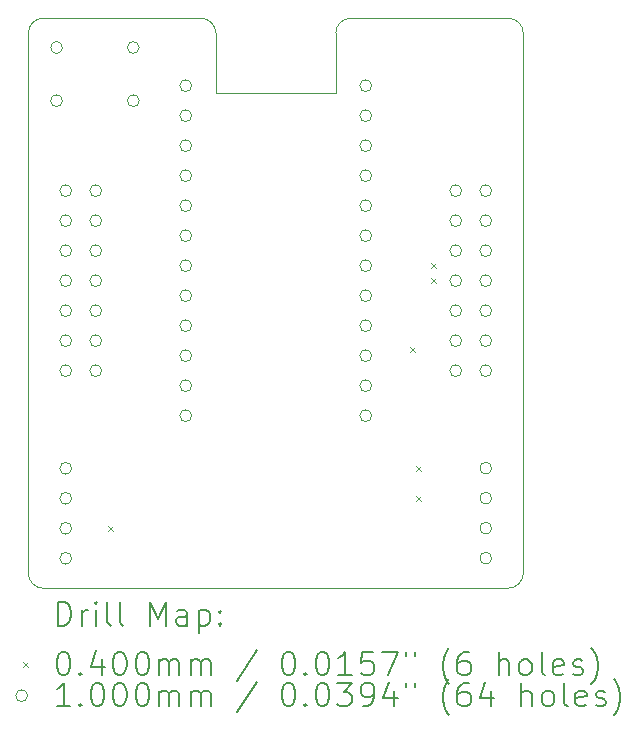
<source format=gbr>
%TF.GenerationSoftware,KiCad,Pcbnew,(6.0.7-1)-1*%
%TF.CreationDate,2022-08-30T19:37:24+08:00*%
%TF.ProjectId,Control,436f6e74-726f-46c2-9e6b-696361645f70,V3.2.2*%
%TF.SameCoordinates,PX7df6180PY32de760*%
%TF.FileFunction,Drillmap*%
%TF.FilePolarity,Positive*%
%FSLAX45Y45*%
G04 Gerber Fmt 4.5, Leading zero omitted, Abs format (unit mm)*
G04 Created by KiCad (PCBNEW (6.0.7-1)-1) date 2022-08-30 19:37:24*
%MOMM*%
%LPD*%
G01*
G04 APERTURE LIST*
%ADD10C,0.120000*%
%ADD11C,0.200000*%
%ADD12C,0.040000*%
%ADD13C,0.100000*%
G04 APERTURE END LIST*
D10*
X2730500Y-4254500D02*
X-1206500Y-4254500D01*
X-1333500Y-4127500D02*
X-1333500Y444500D01*
X1397000Y571500D02*
G75*
G03*
X1270000Y444500I0J-127000D01*
G01*
X2857500Y444500D02*
G75*
G03*
X2730500Y571500I-127000J0D01*
G01*
X-1333500Y-4127500D02*
G75*
G03*
X-1206500Y-4254500I127000J0D01*
G01*
X1270000Y444500D02*
X1270000Y-63500D01*
X2730500Y-4254500D02*
G75*
G03*
X2857500Y-4127500I0J127000D01*
G01*
X-1206500Y571500D02*
G75*
G03*
X-1333500Y444500I0J-127000D01*
G01*
X254000Y-63500D02*
X254000Y444500D01*
X1270000Y-63500D02*
X254000Y-63500D01*
X1397000Y571500D02*
X2730500Y571500D01*
X2857500Y444500D02*
X2857500Y-4127500D01*
X254000Y444500D02*
G75*
G03*
X127000Y571500I-127000J0D01*
G01*
X127000Y571500D02*
X-1206500Y571500D01*
D11*
D12*
X-655000Y-3726500D02*
X-615000Y-3766500D01*
X-615000Y-3726500D02*
X-655000Y-3766500D01*
X1896951Y-2211450D02*
X1936951Y-2251450D01*
X1936951Y-2211450D02*
X1896951Y-2251450D01*
X1948500Y-3218500D02*
X1988500Y-3258500D01*
X1988500Y-3218500D02*
X1948500Y-3258500D01*
X1948500Y-3472500D02*
X1988500Y-3512500D01*
X1988500Y-3472500D02*
X1948500Y-3512500D01*
X2075500Y-1504000D02*
X2115500Y-1544000D01*
X2115500Y-1504000D02*
X2075500Y-1544000D01*
X2075500Y-1631000D02*
X2115500Y-1671000D01*
X2115500Y-1631000D02*
X2075500Y-1671000D01*
D13*
X-1044500Y323000D02*
G75*
G03*
X-1044500Y323000I-50000J0D01*
G01*
X-1044500Y-127000D02*
G75*
G03*
X-1044500Y-127000I-50000J0D01*
G01*
X-966000Y-889000D02*
G75*
G03*
X-966000Y-889000I-50000J0D01*
G01*
X-966000Y-1143000D02*
G75*
G03*
X-966000Y-1143000I-50000J0D01*
G01*
X-966000Y-1397000D02*
G75*
G03*
X-966000Y-1397000I-50000J0D01*
G01*
X-966000Y-1651000D02*
G75*
G03*
X-966000Y-1651000I-50000J0D01*
G01*
X-966000Y-1905000D02*
G75*
G03*
X-966000Y-1905000I-50000J0D01*
G01*
X-966000Y-2159000D02*
G75*
G03*
X-966000Y-2159000I-50000J0D01*
G01*
X-966000Y-2413000D02*
G75*
G03*
X-966000Y-2413000I-50000J0D01*
G01*
X-966000Y-3239500D02*
G75*
G03*
X-966000Y-3239500I-50000J0D01*
G01*
X-966000Y-3493500D02*
G75*
G03*
X-966000Y-3493500I-50000J0D01*
G01*
X-966000Y-3747500D02*
G75*
G03*
X-966000Y-3747500I-50000J0D01*
G01*
X-966000Y-4001500D02*
G75*
G03*
X-966000Y-4001500I-50000J0D01*
G01*
X-712000Y-889000D02*
G75*
G03*
X-712000Y-889000I-50000J0D01*
G01*
X-712000Y-1143000D02*
G75*
G03*
X-712000Y-1143000I-50000J0D01*
G01*
X-712000Y-1397000D02*
G75*
G03*
X-712000Y-1397000I-50000J0D01*
G01*
X-712000Y-1651000D02*
G75*
G03*
X-712000Y-1651000I-50000J0D01*
G01*
X-712000Y-1905000D02*
G75*
G03*
X-712000Y-1905000I-50000J0D01*
G01*
X-712000Y-2159000D02*
G75*
G03*
X-712000Y-2159000I-50000J0D01*
G01*
X-712000Y-2413000D02*
G75*
G03*
X-712000Y-2413000I-50000J0D01*
G01*
X-394500Y323000D02*
G75*
G03*
X-394500Y323000I-50000J0D01*
G01*
X-394500Y-127000D02*
G75*
G03*
X-394500Y-127000I-50000J0D01*
G01*
X50000Y0D02*
G75*
G03*
X50000Y0I-50000J0D01*
G01*
X50000Y-254000D02*
G75*
G03*
X50000Y-254000I-50000J0D01*
G01*
X50000Y-508000D02*
G75*
G03*
X50000Y-508000I-50000J0D01*
G01*
X50000Y-762000D02*
G75*
G03*
X50000Y-762000I-50000J0D01*
G01*
X50000Y-1016000D02*
G75*
G03*
X50000Y-1016000I-50000J0D01*
G01*
X50000Y-1270000D02*
G75*
G03*
X50000Y-1270000I-50000J0D01*
G01*
X50000Y-1524000D02*
G75*
G03*
X50000Y-1524000I-50000J0D01*
G01*
X50000Y-1778000D02*
G75*
G03*
X50000Y-1778000I-50000J0D01*
G01*
X50000Y-2032000D02*
G75*
G03*
X50000Y-2032000I-50000J0D01*
G01*
X50000Y-2286000D02*
G75*
G03*
X50000Y-2286000I-50000J0D01*
G01*
X50000Y-2540000D02*
G75*
G03*
X50000Y-2540000I-50000J0D01*
G01*
X50000Y-2794000D02*
G75*
G03*
X50000Y-2794000I-50000J0D01*
G01*
X1574000Y0D02*
G75*
G03*
X1574000Y0I-50000J0D01*
G01*
X1574000Y-254000D02*
G75*
G03*
X1574000Y-254000I-50000J0D01*
G01*
X1574000Y-508000D02*
G75*
G03*
X1574000Y-508000I-50000J0D01*
G01*
X1574000Y-762000D02*
G75*
G03*
X1574000Y-762000I-50000J0D01*
G01*
X1574000Y-1016000D02*
G75*
G03*
X1574000Y-1016000I-50000J0D01*
G01*
X1574000Y-1270000D02*
G75*
G03*
X1574000Y-1270000I-50000J0D01*
G01*
X1574000Y-1524000D02*
G75*
G03*
X1574000Y-1524000I-50000J0D01*
G01*
X1574000Y-1778000D02*
G75*
G03*
X1574000Y-1778000I-50000J0D01*
G01*
X1574000Y-2032000D02*
G75*
G03*
X1574000Y-2032000I-50000J0D01*
G01*
X1574000Y-2286000D02*
G75*
G03*
X1574000Y-2286000I-50000J0D01*
G01*
X1574000Y-2540000D02*
G75*
G03*
X1574000Y-2540000I-50000J0D01*
G01*
X1574000Y-2794000D02*
G75*
G03*
X1574000Y-2794000I-50000J0D01*
G01*
X2336000Y-889000D02*
G75*
G03*
X2336000Y-889000I-50000J0D01*
G01*
X2336000Y-1143000D02*
G75*
G03*
X2336000Y-1143000I-50000J0D01*
G01*
X2336000Y-1397000D02*
G75*
G03*
X2336000Y-1397000I-50000J0D01*
G01*
X2336000Y-1651000D02*
G75*
G03*
X2336000Y-1651000I-50000J0D01*
G01*
X2336000Y-1905000D02*
G75*
G03*
X2336000Y-1905000I-50000J0D01*
G01*
X2336000Y-2159000D02*
G75*
G03*
X2336000Y-2159000I-50000J0D01*
G01*
X2336000Y-2413000D02*
G75*
G03*
X2336000Y-2413000I-50000J0D01*
G01*
X2590000Y-889000D02*
G75*
G03*
X2590000Y-889000I-50000J0D01*
G01*
X2590000Y-1143000D02*
G75*
G03*
X2590000Y-1143000I-50000J0D01*
G01*
X2590000Y-1397000D02*
G75*
G03*
X2590000Y-1397000I-50000J0D01*
G01*
X2590000Y-1651000D02*
G75*
G03*
X2590000Y-1651000I-50000J0D01*
G01*
X2590000Y-1905000D02*
G75*
G03*
X2590000Y-1905000I-50000J0D01*
G01*
X2590000Y-2159000D02*
G75*
G03*
X2590000Y-2159000I-50000J0D01*
G01*
X2590000Y-2413000D02*
G75*
G03*
X2590000Y-2413000I-50000J0D01*
G01*
X2590000Y-3238500D02*
G75*
G03*
X2590000Y-3238500I-50000J0D01*
G01*
X2590000Y-3492500D02*
G75*
G03*
X2590000Y-3492500I-50000J0D01*
G01*
X2590000Y-3746500D02*
G75*
G03*
X2590000Y-3746500I-50000J0D01*
G01*
X2590000Y-4000500D02*
G75*
G03*
X2590000Y-4000500I-50000J0D01*
G01*
D11*
X-1081881Y-4570976D02*
X-1081881Y-4370976D01*
X-1034262Y-4370976D01*
X-1005690Y-4380500D01*
X-986643Y-4399548D01*
X-977119Y-4418595D01*
X-967595Y-4456690D01*
X-967595Y-4485262D01*
X-977119Y-4523357D01*
X-986643Y-4542405D01*
X-1005690Y-4561452D01*
X-1034262Y-4570976D01*
X-1081881Y-4570976D01*
X-881881Y-4570976D02*
X-881881Y-4437643D01*
X-881881Y-4475738D02*
X-872357Y-4456690D01*
X-862833Y-4447167D01*
X-843786Y-4437643D01*
X-824738Y-4437643D01*
X-758071Y-4570976D02*
X-758071Y-4437643D01*
X-758071Y-4370976D02*
X-767595Y-4380500D01*
X-758071Y-4390024D01*
X-748548Y-4380500D01*
X-758071Y-4370976D01*
X-758071Y-4390024D01*
X-634262Y-4570976D02*
X-653310Y-4561452D01*
X-662833Y-4542405D01*
X-662833Y-4370976D01*
X-529500Y-4570976D02*
X-548548Y-4561452D01*
X-558072Y-4542405D01*
X-558072Y-4370976D01*
X-300929Y-4570976D02*
X-300929Y-4370976D01*
X-234262Y-4513833D01*
X-167595Y-4370976D01*
X-167595Y-4570976D01*
X13357Y-4570976D02*
X13357Y-4466214D01*
X3833Y-4447167D01*
X-15214Y-4437643D01*
X-53310Y-4437643D01*
X-72357Y-4447167D01*
X13357Y-4561452D02*
X-5690Y-4570976D01*
X-53310Y-4570976D01*
X-72357Y-4561452D01*
X-81881Y-4542405D01*
X-81881Y-4523357D01*
X-72357Y-4504310D01*
X-53310Y-4494786D01*
X-5690Y-4494786D01*
X13357Y-4485262D01*
X108595Y-4437643D02*
X108595Y-4637643D01*
X108595Y-4447167D02*
X127643Y-4437643D01*
X165738Y-4437643D01*
X184786Y-4447167D01*
X194309Y-4456690D01*
X203833Y-4475738D01*
X203833Y-4532881D01*
X194309Y-4551929D01*
X184786Y-4561452D01*
X165738Y-4570976D01*
X127643Y-4570976D01*
X108595Y-4561452D01*
X289548Y-4551929D02*
X299071Y-4561452D01*
X289548Y-4570976D01*
X280024Y-4561452D01*
X289548Y-4551929D01*
X289548Y-4570976D01*
X289548Y-4447167D02*
X299071Y-4456690D01*
X289548Y-4466214D01*
X280024Y-4456690D01*
X289548Y-4447167D01*
X289548Y-4466214D01*
D12*
X-1379500Y-4880500D02*
X-1339500Y-4920500D01*
X-1339500Y-4880500D02*
X-1379500Y-4920500D01*
D11*
X-1043786Y-4790976D02*
X-1024738Y-4790976D01*
X-1005690Y-4800500D01*
X-996167Y-4810024D01*
X-986643Y-4829071D01*
X-977119Y-4867167D01*
X-977119Y-4914786D01*
X-986643Y-4952881D01*
X-996167Y-4971929D01*
X-1005690Y-4981452D01*
X-1024738Y-4990976D01*
X-1043786Y-4990976D01*
X-1062833Y-4981452D01*
X-1072357Y-4971929D01*
X-1081881Y-4952881D01*
X-1091405Y-4914786D01*
X-1091405Y-4867167D01*
X-1081881Y-4829071D01*
X-1072357Y-4810024D01*
X-1062833Y-4800500D01*
X-1043786Y-4790976D01*
X-891405Y-4971929D02*
X-881881Y-4981452D01*
X-891405Y-4990976D01*
X-900929Y-4981452D01*
X-891405Y-4971929D01*
X-891405Y-4990976D01*
X-710452Y-4857643D02*
X-710452Y-4990976D01*
X-758071Y-4781452D02*
X-805690Y-4924310D01*
X-681881Y-4924310D01*
X-567595Y-4790976D02*
X-548548Y-4790976D01*
X-529500Y-4800500D01*
X-519976Y-4810024D01*
X-510452Y-4829071D01*
X-500929Y-4867167D01*
X-500929Y-4914786D01*
X-510452Y-4952881D01*
X-519976Y-4971929D01*
X-529500Y-4981452D01*
X-548548Y-4990976D01*
X-567595Y-4990976D01*
X-586643Y-4981452D01*
X-596167Y-4971929D01*
X-605691Y-4952881D01*
X-615214Y-4914786D01*
X-615214Y-4867167D01*
X-605691Y-4829071D01*
X-596167Y-4810024D01*
X-586643Y-4800500D01*
X-567595Y-4790976D01*
X-377119Y-4790976D02*
X-358071Y-4790976D01*
X-339024Y-4800500D01*
X-329500Y-4810024D01*
X-319976Y-4829071D01*
X-310452Y-4867167D01*
X-310452Y-4914786D01*
X-319976Y-4952881D01*
X-329500Y-4971929D01*
X-339024Y-4981452D01*
X-358071Y-4990976D01*
X-377119Y-4990976D01*
X-396167Y-4981452D01*
X-405690Y-4971929D01*
X-415214Y-4952881D01*
X-424738Y-4914786D01*
X-424738Y-4867167D01*
X-415214Y-4829071D01*
X-405690Y-4810024D01*
X-396167Y-4800500D01*
X-377119Y-4790976D01*
X-224738Y-4990976D02*
X-224738Y-4857643D01*
X-224738Y-4876690D02*
X-215214Y-4867167D01*
X-196167Y-4857643D01*
X-167595Y-4857643D01*
X-148548Y-4867167D01*
X-139024Y-4886214D01*
X-139024Y-4990976D01*
X-139024Y-4886214D02*
X-129500Y-4867167D01*
X-110452Y-4857643D01*
X-81881Y-4857643D01*
X-62833Y-4867167D01*
X-53310Y-4886214D01*
X-53310Y-4990976D01*
X41929Y-4990976D02*
X41929Y-4857643D01*
X41929Y-4876690D02*
X51452Y-4867167D01*
X70500Y-4857643D01*
X99071Y-4857643D01*
X118119Y-4867167D01*
X127643Y-4886214D01*
X127643Y-4990976D01*
X127643Y-4886214D02*
X137167Y-4867167D01*
X156214Y-4857643D01*
X184786Y-4857643D01*
X203833Y-4867167D01*
X213357Y-4886214D01*
X213357Y-4990976D01*
X603833Y-4781452D02*
X432405Y-5038595D01*
X860976Y-4790976D02*
X880024Y-4790976D01*
X899071Y-4800500D01*
X908595Y-4810024D01*
X918119Y-4829071D01*
X927643Y-4867167D01*
X927643Y-4914786D01*
X918119Y-4952881D01*
X908595Y-4971929D01*
X899071Y-4981452D01*
X880024Y-4990976D01*
X860976Y-4990976D01*
X841928Y-4981452D01*
X832405Y-4971929D01*
X822881Y-4952881D01*
X813357Y-4914786D01*
X813357Y-4867167D01*
X822881Y-4829071D01*
X832405Y-4810024D01*
X841928Y-4800500D01*
X860976Y-4790976D01*
X1013357Y-4971929D02*
X1022881Y-4981452D01*
X1013357Y-4990976D01*
X1003833Y-4981452D01*
X1013357Y-4971929D01*
X1013357Y-4990976D01*
X1146690Y-4790976D02*
X1165738Y-4790976D01*
X1184786Y-4800500D01*
X1194310Y-4810024D01*
X1203833Y-4829071D01*
X1213357Y-4867167D01*
X1213357Y-4914786D01*
X1203833Y-4952881D01*
X1194310Y-4971929D01*
X1184786Y-4981452D01*
X1165738Y-4990976D01*
X1146690Y-4990976D01*
X1127643Y-4981452D01*
X1118119Y-4971929D01*
X1108595Y-4952881D01*
X1099071Y-4914786D01*
X1099071Y-4867167D01*
X1108595Y-4829071D01*
X1118119Y-4810024D01*
X1127643Y-4800500D01*
X1146690Y-4790976D01*
X1403833Y-4990976D02*
X1289548Y-4990976D01*
X1346690Y-4990976D02*
X1346690Y-4790976D01*
X1327643Y-4819548D01*
X1308595Y-4838595D01*
X1289548Y-4848119D01*
X1584786Y-4790976D02*
X1489548Y-4790976D01*
X1480024Y-4886214D01*
X1489548Y-4876690D01*
X1508595Y-4867167D01*
X1556214Y-4867167D01*
X1575262Y-4876690D01*
X1584786Y-4886214D01*
X1594309Y-4905262D01*
X1594309Y-4952881D01*
X1584786Y-4971929D01*
X1575262Y-4981452D01*
X1556214Y-4990976D01*
X1508595Y-4990976D01*
X1489548Y-4981452D01*
X1480024Y-4971929D01*
X1660976Y-4790976D02*
X1794309Y-4790976D01*
X1708595Y-4990976D01*
X1860976Y-4790976D02*
X1860976Y-4829071D01*
X1937167Y-4790976D02*
X1937167Y-4829071D01*
X2232405Y-5067167D02*
X2222881Y-5057643D01*
X2203833Y-5029071D01*
X2194310Y-5010024D01*
X2184786Y-4981452D01*
X2175262Y-4933833D01*
X2175262Y-4895738D01*
X2184786Y-4848119D01*
X2194310Y-4819548D01*
X2203833Y-4800500D01*
X2222881Y-4771929D01*
X2232405Y-4762405D01*
X2394310Y-4790976D02*
X2356214Y-4790976D01*
X2337167Y-4800500D01*
X2327643Y-4810024D01*
X2308595Y-4838595D01*
X2299071Y-4876690D01*
X2299071Y-4952881D01*
X2308595Y-4971929D01*
X2318119Y-4981452D01*
X2337167Y-4990976D01*
X2375262Y-4990976D01*
X2394310Y-4981452D01*
X2403833Y-4971929D01*
X2413357Y-4952881D01*
X2413357Y-4905262D01*
X2403833Y-4886214D01*
X2394310Y-4876690D01*
X2375262Y-4867167D01*
X2337167Y-4867167D01*
X2318119Y-4876690D01*
X2308595Y-4886214D01*
X2299071Y-4905262D01*
X2651452Y-4990976D02*
X2651452Y-4790976D01*
X2737167Y-4990976D02*
X2737167Y-4886214D01*
X2727643Y-4867167D01*
X2708595Y-4857643D01*
X2680024Y-4857643D01*
X2660976Y-4867167D01*
X2651452Y-4876690D01*
X2860976Y-4990976D02*
X2841928Y-4981452D01*
X2832405Y-4971929D01*
X2822881Y-4952881D01*
X2822881Y-4895738D01*
X2832405Y-4876690D01*
X2841928Y-4867167D01*
X2860976Y-4857643D01*
X2889548Y-4857643D01*
X2908595Y-4867167D01*
X2918119Y-4876690D01*
X2927643Y-4895738D01*
X2927643Y-4952881D01*
X2918119Y-4971929D01*
X2908595Y-4981452D01*
X2889548Y-4990976D01*
X2860976Y-4990976D01*
X3041928Y-4990976D02*
X3022881Y-4981452D01*
X3013357Y-4962405D01*
X3013357Y-4790976D01*
X3194309Y-4981452D02*
X3175262Y-4990976D01*
X3137167Y-4990976D01*
X3118119Y-4981452D01*
X3108595Y-4962405D01*
X3108595Y-4886214D01*
X3118119Y-4867167D01*
X3137167Y-4857643D01*
X3175262Y-4857643D01*
X3194309Y-4867167D01*
X3203833Y-4886214D01*
X3203833Y-4905262D01*
X3108595Y-4924310D01*
X3280024Y-4981452D02*
X3299071Y-4990976D01*
X3337167Y-4990976D01*
X3356214Y-4981452D01*
X3365738Y-4962405D01*
X3365738Y-4952881D01*
X3356214Y-4933833D01*
X3337167Y-4924310D01*
X3308595Y-4924310D01*
X3289548Y-4914786D01*
X3280024Y-4895738D01*
X3280024Y-4886214D01*
X3289548Y-4867167D01*
X3308595Y-4857643D01*
X3337167Y-4857643D01*
X3356214Y-4867167D01*
X3432405Y-5067167D02*
X3441928Y-5057643D01*
X3460976Y-5029071D01*
X3470500Y-5010024D01*
X3480024Y-4981452D01*
X3489548Y-4933833D01*
X3489548Y-4895738D01*
X3480024Y-4848119D01*
X3470500Y-4819548D01*
X3460976Y-4800500D01*
X3441928Y-4771929D01*
X3432405Y-4762405D01*
D13*
X-1339500Y-5164500D02*
G75*
G03*
X-1339500Y-5164500I-50000J0D01*
G01*
D11*
X-977119Y-5254976D02*
X-1091405Y-5254976D01*
X-1034262Y-5254976D02*
X-1034262Y-5054976D01*
X-1053310Y-5083548D01*
X-1072357Y-5102595D01*
X-1091405Y-5112119D01*
X-891405Y-5235929D02*
X-881881Y-5245452D01*
X-891405Y-5254976D01*
X-900929Y-5245452D01*
X-891405Y-5235929D01*
X-891405Y-5254976D01*
X-758071Y-5054976D02*
X-739024Y-5054976D01*
X-719976Y-5064500D01*
X-710452Y-5074024D01*
X-700929Y-5093071D01*
X-691405Y-5131167D01*
X-691405Y-5178786D01*
X-700929Y-5216881D01*
X-710452Y-5235929D01*
X-719976Y-5245452D01*
X-739024Y-5254976D01*
X-758071Y-5254976D01*
X-777119Y-5245452D01*
X-786643Y-5235929D01*
X-796167Y-5216881D01*
X-805690Y-5178786D01*
X-805690Y-5131167D01*
X-796167Y-5093071D01*
X-786643Y-5074024D01*
X-777119Y-5064500D01*
X-758071Y-5054976D01*
X-567595Y-5054976D02*
X-548548Y-5054976D01*
X-529500Y-5064500D01*
X-519976Y-5074024D01*
X-510452Y-5093071D01*
X-500929Y-5131167D01*
X-500929Y-5178786D01*
X-510452Y-5216881D01*
X-519976Y-5235929D01*
X-529500Y-5245452D01*
X-548548Y-5254976D01*
X-567595Y-5254976D01*
X-586643Y-5245452D01*
X-596167Y-5235929D01*
X-605691Y-5216881D01*
X-615214Y-5178786D01*
X-615214Y-5131167D01*
X-605691Y-5093071D01*
X-596167Y-5074024D01*
X-586643Y-5064500D01*
X-567595Y-5054976D01*
X-377119Y-5054976D02*
X-358071Y-5054976D01*
X-339024Y-5064500D01*
X-329500Y-5074024D01*
X-319976Y-5093071D01*
X-310452Y-5131167D01*
X-310452Y-5178786D01*
X-319976Y-5216881D01*
X-329500Y-5235929D01*
X-339024Y-5245452D01*
X-358071Y-5254976D01*
X-377119Y-5254976D01*
X-396167Y-5245452D01*
X-405690Y-5235929D01*
X-415214Y-5216881D01*
X-424738Y-5178786D01*
X-424738Y-5131167D01*
X-415214Y-5093071D01*
X-405690Y-5074024D01*
X-396167Y-5064500D01*
X-377119Y-5054976D01*
X-224738Y-5254976D02*
X-224738Y-5121643D01*
X-224738Y-5140690D02*
X-215214Y-5131167D01*
X-196167Y-5121643D01*
X-167595Y-5121643D01*
X-148548Y-5131167D01*
X-139024Y-5150214D01*
X-139024Y-5254976D01*
X-139024Y-5150214D02*
X-129500Y-5131167D01*
X-110452Y-5121643D01*
X-81881Y-5121643D01*
X-62833Y-5131167D01*
X-53310Y-5150214D01*
X-53310Y-5254976D01*
X41929Y-5254976D02*
X41929Y-5121643D01*
X41929Y-5140690D02*
X51452Y-5131167D01*
X70500Y-5121643D01*
X99071Y-5121643D01*
X118119Y-5131167D01*
X127643Y-5150214D01*
X127643Y-5254976D01*
X127643Y-5150214D02*
X137167Y-5131167D01*
X156214Y-5121643D01*
X184786Y-5121643D01*
X203833Y-5131167D01*
X213357Y-5150214D01*
X213357Y-5254976D01*
X603833Y-5045452D02*
X432405Y-5302595D01*
X860976Y-5054976D02*
X880024Y-5054976D01*
X899071Y-5064500D01*
X908595Y-5074024D01*
X918119Y-5093071D01*
X927643Y-5131167D01*
X927643Y-5178786D01*
X918119Y-5216881D01*
X908595Y-5235929D01*
X899071Y-5245452D01*
X880024Y-5254976D01*
X860976Y-5254976D01*
X841928Y-5245452D01*
X832405Y-5235929D01*
X822881Y-5216881D01*
X813357Y-5178786D01*
X813357Y-5131167D01*
X822881Y-5093071D01*
X832405Y-5074024D01*
X841928Y-5064500D01*
X860976Y-5054976D01*
X1013357Y-5235929D02*
X1022881Y-5245452D01*
X1013357Y-5254976D01*
X1003833Y-5245452D01*
X1013357Y-5235929D01*
X1013357Y-5254976D01*
X1146690Y-5054976D02*
X1165738Y-5054976D01*
X1184786Y-5064500D01*
X1194310Y-5074024D01*
X1203833Y-5093071D01*
X1213357Y-5131167D01*
X1213357Y-5178786D01*
X1203833Y-5216881D01*
X1194310Y-5235929D01*
X1184786Y-5245452D01*
X1165738Y-5254976D01*
X1146690Y-5254976D01*
X1127643Y-5245452D01*
X1118119Y-5235929D01*
X1108595Y-5216881D01*
X1099071Y-5178786D01*
X1099071Y-5131167D01*
X1108595Y-5093071D01*
X1118119Y-5074024D01*
X1127643Y-5064500D01*
X1146690Y-5054976D01*
X1280024Y-5054976D02*
X1403833Y-5054976D01*
X1337167Y-5131167D01*
X1365738Y-5131167D01*
X1384786Y-5140690D01*
X1394310Y-5150214D01*
X1403833Y-5169262D01*
X1403833Y-5216881D01*
X1394310Y-5235929D01*
X1384786Y-5245452D01*
X1365738Y-5254976D01*
X1308595Y-5254976D01*
X1289548Y-5245452D01*
X1280024Y-5235929D01*
X1499071Y-5254976D02*
X1537167Y-5254976D01*
X1556214Y-5245452D01*
X1565738Y-5235929D01*
X1584786Y-5207357D01*
X1594309Y-5169262D01*
X1594309Y-5093071D01*
X1584786Y-5074024D01*
X1575262Y-5064500D01*
X1556214Y-5054976D01*
X1518119Y-5054976D01*
X1499071Y-5064500D01*
X1489548Y-5074024D01*
X1480024Y-5093071D01*
X1480024Y-5140690D01*
X1489548Y-5159738D01*
X1499071Y-5169262D01*
X1518119Y-5178786D01*
X1556214Y-5178786D01*
X1575262Y-5169262D01*
X1584786Y-5159738D01*
X1594309Y-5140690D01*
X1765738Y-5121643D02*
X1765738Y-5254976D01*
X1718119Y-5045452D02*
X1670500Y-5188310D01*
X1794309Y-5188310D01*
X1860976Y-5054976D02*
X1860976Y-5093071D01*
X1937167Y-5054976D02*
X1937167Y-5093071D01*
X2232405Y-5331167D02*
X2222881Y-5321643D01*
X2203833Y-5293071D01*
X2194310Y-5274024D01*
X2184786Y-5245452D01*
X2175262Y-5197833D01*
X2175262Y-5159738D01*
X2184786Y-5112119D01*
X2194310Y-5083548D01*
X2203833Y-5064500D01*
X2222881Y-5035929D01*
X2232405Y-5026405D01*
X2394310Y-5054976D02*
X2356214Y-5054976D01*
X2337167Y-5064500D01*
X2327643Y-5074024D01*
X2308595Y-5102595D01*
X2299071Y-5140690D01*
X2299071Y-5216881D01*
X2308595Y-5235929D01*
X2318119Y-5245452D01*
X2337167Y-5254976D01*
X2375262Y-5254976D01*
X2394310Y-5245452D01*
X2403833Y-5235929D01*
X2413357Y-5216881D01*
X2413357Y-5169262D01*
X2403833Y-5150214D01*
X2394310Y-5140690D01*
X2375262Y-5131167D01*
X2337167Y-5131167D01*
X2318119Y-5140690D01*
X2308595Y-5150214D01*
X2299071Y-5169262D01*
X2584786Y-5121643D02*
X2584786Y-5254976D01*
X2537167Y-5045452D02*
X2489548Y-5188310D01*
X2613357Y-5188310D01*
X2841928Y-5254976D02*
X2841928Y-5054976D01*
X2927643Y-5254976D02*
X2927643Y-5150214D01*
X2918119Y-5131167D01*
X2899071Y-5121643D01*
X2870500Y-5121643D01*
X2851452Y-5131167D01*
X2841928Y-5140690D01*
X3051452Y-5254976D02*
X3032405Y-5245452D01*
X3022881Y-5235929D01*
X3013357Y-5216881D01*
X3013357Y-5159738D01*
X3022881Y-5140690D01*
X3032405Y-5131167D01*
X3051452Y-5121643D01*
X3080024Y-5121643D01*
X3099071Y-5131167D01*
X3108595Y-5140690D01*
X3118119Y-5159738D01*
X3118119Y-5216881D01*
X3108595Y-5235929D01*
X3099071Y-5245452D01*
X3080024Y-5254976D01*
X3051452Y-5254976D01*
X3232405Y-5254976D02*
X3213357Y-5245452D01*
X3203833Y-5226405D01*
X3203833Y-5054976D01*
X3384786Y-5245452D02*
X3365738Y-5254976D01*
X3327643Y-5254976D01*
X3308595Y-5245452D01*
X3299071Y-5226405D01*
X3299071Y-5150214D01*
X3308595Y-5131167D01*
X3327643Y-5121643D01*
X3365738Y-5121643D01*
X3384786Y-5131167D01*
X3394309Y-5150214D01*
X3394309Y-5169262D01*
X3299071Y-5188310D01*
X3470500Y-5245452D02*
X3489548Y-5254976D01*
X3527643Y-5254976D01*
X3546690Y-5245452D01*
X3556214Y-5226405D01*
X3556214Y-5216881D01*
X3546690Y-5197833D01*
X3527643Y-5188310D01*
X3499071Y-5188310D01*
X3480024Y-5178786D01*
X3470500Y-5159738D01*
X3470500Y-5150214D01*
X3480024Y-5131167D01*
X3499071Y-5121643D01*
X3527643Y-5121643D01*
X3546690Y-5131167D01*
X3622881Y-5331167D02*
X3632405Y-5321643D01*
X3651452Y-5293071D01*
X3660976Y-5274024D01*
X3670500Y-5245452D01*
X3680024Y-5197833D01*
X3680024Y-5159738D01*
X3670500Y-5112119D01*
X3660976Y-5083548D01*
X3651452Y-5064500D01*
X3632405Y-5035929D01*
X3622881Y-5026405D01*
M02*

</source>
